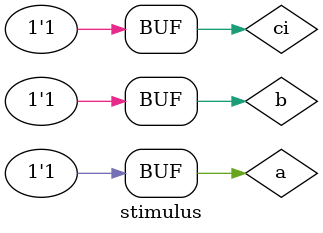
<source format=v>
module stimulus;
wire s,co; 
reg a,b,ci;

fulladder fulladder_1(s,co,ci,b,a);

initial 
begin

a=1'b0; b=1'b0;ci=1'b0;
#10 a=1'b0; b=1'b0;ci=1'b1;
#10 a=1'b0; b=1'b1;ci=1'b0;
#10 a=1'b0; b=1'b1;ci=1'b1;
#10 a=1'b1; b=1'b0;ci=1'b0;
#10 a=1'b1; b=1'b0;ci=1'b1;
#10 a=1'b1; b=1'b1;ci=1'b0;
#10 a=1'b1; b=1'b1;ci=1'b1;

end
endmodule

</source>
